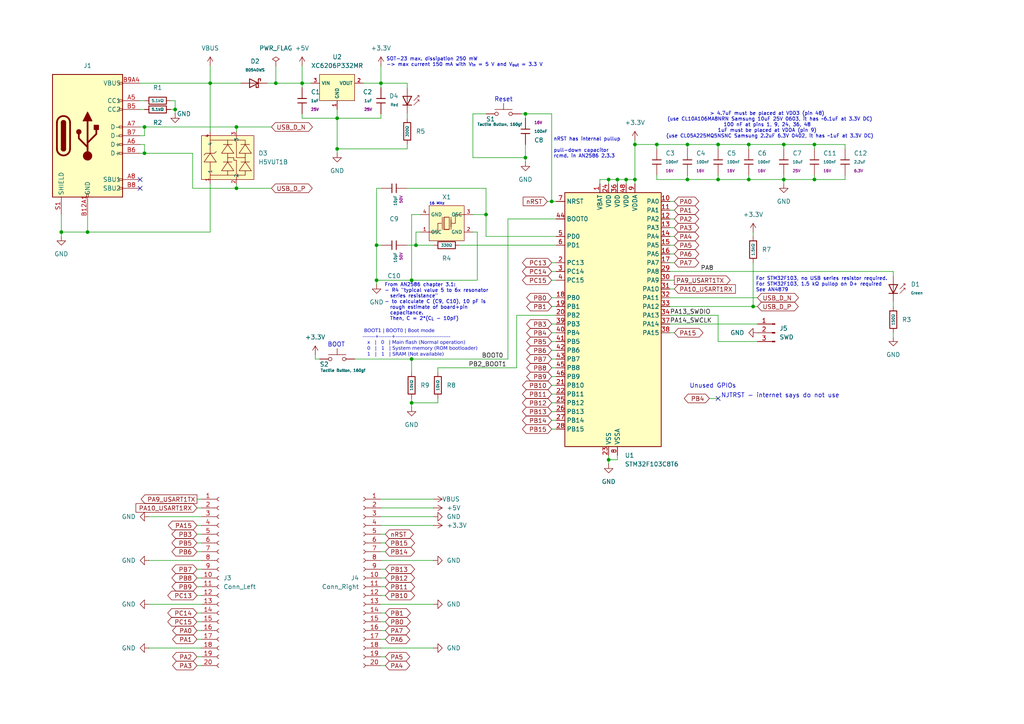
<source format=kicad_sch>
(kicad_sch
	(version 20250114)
	(generator "eeschema")
	(generator_version "9.0")
	(uuid "bca8bde7-1b71-423e-908f-8c2dd8a84df5")
	(paper "A4")
	(title_block
		(title "Pico STM32")
		(date "2025-09-05")
		(rev "1")
		(comment 1 "Copyright (c) 2025 Matthias Blankertz")
		(comment 2 "CC BY-SA 4.0")
	)
	
	(text "NJTRST - internet says do not use"
		(exclude_from_sim no)
		(at 226.314 114.808 0)
		(effects
			(font
				(size 1.27 1.27)
			)
		)
		(uuid "0de98a85-2cf7-4432-8650-a2f6ff1bb2bd")
	)
	(text "From AN2586 chapter 3.1:\n- R4 \"typical value 5 to 6x resonator\n  series resistance\"\n- to calculate C (C9, C10), 10 pF is\n  rough estimate of board+pin\n  capacitance.\n  Then, C = 2*(C_{L} - 10pF)"
		(exclude_from_sim no)
		(at 111.506 87.63 0)
		(effects
			(font
				(size 1.016 1.016)
			)
			(justify left)
			(href "https://www.st.com/resource/en/application_note/an2586-getting-started-with-stm32f10xxx-hardware-development-stmicroelectronics.pdf")
		)
		(uuid "176df50a-2bff-4e2c-ab47-bc8295068f50")
	)
	(text "nRST has internal pullup\n\npull-down capacitor\nrcmd. in AN2586 2.3.3"
		(exclude_from_sim no)
		(at 160.528 42.926 0)
		(effects
			(font
				(size 1.016 1.016)
			)
			(justify left)
		)
		(uuid "2be98501-37df-417a-ad86-6f0695c79dfa")
	)
	(text "Unused GPIOs"
		(exclude_from_sim no)
		(at 206.756 112.014 0)
		(effects
			(font
				(size 1.27 1.27)
			)
		)
		(uuid "51c5eb60-337e-43b4-95ae-026a33312373")
	)
	(text "SOT-23 max. dissipation 250 mW\n-> max current 150 mA with V_{in} = 5 V and V_{out} = 3.3 V"
		(exclude_from_sim no)
		(at 112.014 18.034 0)
		(effects
			(font
				(size 1.016 1.016)
			)
			(justify left)
		)
		(uuid "64608f3a-8257-4756-9539-456d0f847629")
	)
	(text "For STM32F103, no USB series resistor required.\nFor STM32F103, 1.5 kΩ pullop on D+ required\nSee AN4879"
		(exclude_from_sim no)
		(at 219.202 82.55 0)
		(effects
			(font
				(size 1.016 1.016)
			)
			(justify left)
			(href "https://www.st.com/resource/en/application_note/an4879-introduction-to-usb-hardware-and-pcb-guidelines-using-stm32-mcus-stmicroelectronics.pdf")
		)
		(uuid "923a1de2-3643-4080-9fb3-be3725fdf647")
	)
	(text "Reset"
		(exclude_from_sim no)
		(at 146.05 28.956 0)
		(effects
			(font
				(size 1.27 1.27)
			)
		)
		(uuid "9a0703c5-db31-4511-9301-5a1903bf4966")
	)
	(text " BOOT1 | BOOT0 | Boot mode\n-------+-------+-------------------------------\n   x   |   0   | Main flash (Normal operation) \n   0   |   1   | System memory (ROM bootloader)\n   1   |   1   | SRAM (Not available)    "
		(exclude_from_sim no)
		(at 105.156 99.822 0)
		(effects
			(font
				(face "Iosevka Fixed")
				(size 1.016 1.016)
			)
			(justify left)
		)
		(uuid "b229ff29-7b4e-4f5e-9307-6c0eb6b58f75")
	)
	(text "> 4.7uF must be placed at VDD3 (pin 48)\n  (use CL10A106MA8NRN Samsung 10uF 25V 0603, it has ~6.1uF at 3.3V DC)\n100 nF at pins 1, 9, 24, 36, 48\n1uF must be placed at VDDA (pin 9)\n  (use CL05A225MQ5NSNC Samsung 2.2uF 6.3V 0402, it has ~1uF at 3.3V DC)"
		(exclude_from_sim no)
		(at 222.504 36.322 0)
		(effects
			(font
				(size 1.016 1.016)
			)
		)
		(uuid "c7e8d18a-83ac-42b2-b506-7ba9b37b65f6")
	)
	(text "16 MHz"
		(exclude_from_sim no)
		(at 126.746 59.182 0)
		(effects
			(font
				(size 0.762 0.762)
			)
		)
		(uuid "d70d4257-6159-4ffa-9b12-2196703641cd")
	)
	(text "BOOT"
		(exclude_from_sim no)
		(at 97.536 100.076 0)
		(effects
			(font
				(size 1.27 1.27)
			)
		)
		(uuid "ff9fd2b2-9856-4537-9308-a463976340e4")
	)
	(junction
		(at 217.17 41.91)
		(diameter 0)
		(color 0 0 0 0)
		(uuid "065d8a08-0cc0-4d88-93a7-88b3b725b494")
	)
	(junction
		(at 50.8 31.75)
		(diameter 0)
		(color 0 0 0 0)
		(uuid "103c7078-b091-486c-9961-270d20c5fa4e")
	)
	(junction
		(at 109.22 71.12)
		(diameter 0)
		(color 0 0 0 0)
		(uuid "15413b07-760e-4612-bdb9-0c7dc4b805d0")
	)
	(junction
		(at 227.33 41.91)
		(diameter 0)
		(color 0 0 0 0)
		(uuid "1601b92f-71d9-4d86-992f-e61561130e14")
	)
	(junction
		(at 236.22 52.07)
		(diameter 0)
		(color 0 0 0 0)
		(uuid "19a2cf5b-9725-4a3c-8b9f-e3c7c652bc31")
	)
	(junction
		(at 109.22 81.28)
		(diameter 0)
		(color 0 0 0 0)
		(uuid "22183a79-352a-418e-9410-a081164910ab")
	)
	(junction
		(at 217.17 52.07)
		(diameter 0)
		(color 0 0 0 0)
		(uuid "2256fbd7-88da-4f86-8f52-e23ea7cebfa7")
	)
	(junction
		(at 176.53 133.35)
		(diameter 0)
		(color 0 0 0 0)
		(uuid "22ab1ee4-2596-4380-9289-7f99fefe9254")
	)
	(junction
		(at 97.79 43.18)
		(diameter 0)
		(color 0 0 0 0)
		(uuid "278f3007-587d-4cf7-9c18-84747c7ff29a")
	)
	(junction
		(at 152.4 33.02)
		(diameter 0)
		(color 0 0 0 0)
		(uuid "3168e21e-0f18-4020-9e1f-501e6a239c70")
	)
	(junction
		(at 120.65 71.12)
		(diameter 0)
		(color 0 0 0 0)
		(uuid "31dc9896-b36e-4eb4-8221-3d36e75247b5")
	)
	(junction
		(at 184.15 41.91)
		(diameter 0)
		(color 0 0 0 0)
		(uuid "33557d0c-5f70-4546-b478-094749793f07")
	)
	(junction
		(at 60.96 24.13)
		(diameter 0)
		(color 0 0 0 0)
		(uuid "39379791-c3bd-42da-9fb4-e87dd35b049b")
	)
	(junction
		(at 68.58 54.61)
		(diameter 0)
		(color 0 0 0 0)
		(uuid "40f9cd4a-c934-47eb-b2ea-f151930eb46c")
	)
	(junction
		(at 199.39 41.91)
		(diameter 0)
		(color 0 0 0 0)
		(uuid "421724ed-ba9d-40d5-ba96-d9a8c55a9714")
	)
	(junction
		(at 110.49 24.13)
		(diameter 0)
		(color 0 0 0 0)
		(uuid "42ae7fa7-975c-4b9d-b61d-3b1757a0069f")
	)
	(junction
		(at 80.01 24.13)
		(diameter 0)
		(color 0 0 0 0)
		(uuid "4830a29e-445e-420b-b611-6d9cf431b146")
	)
	(junction
		(at 119.38 116.84)
		(diameter 0)
		(color 0 0 0 0)
		(uuid "4d000e9b-0676-4130-8f84-9d575bbaad57")
	)
	(junction
		(at 152.4 45.72)
		(diameter 0)
		(color 0 0 0 0)
		(uuid "4da4a30e-5776-45d6-b43b-2071cb6aaa48")
	)
	(junction
		(at 97.79 34.29)
		(diameter 0)
		(color 0 0 0 0)
		(uuid "620764c7-ce98-46b8-b03c-0dbce2e45af6")
	)
	(junction
		(at 181.61 52.07)
		(diameter 0)
		(color 0 0 0 0)
		(uuid "66aac186-b291-4fe5-abe7-3a005b31ce99")
	)
	(junction
		(at 208.28 41.91)
		(diameter 0)
		(color 0 0 0 0)
		(uuid "6725ce9c-ae8a-47d4-9e38-e905d0b3fd56")
	)
	(junction
		(at 87.63 24.13)
		(diameter 0)
		(color 0 0 0 0)
		(uuid "6e235f37-832b-40f5-a0bf-3837196270f2")
	)
	(junction
		(at 208.28 52.07)
		(diameter 0)
		(color 0 0 0 0)
		(uuid "77408af2-dee7-4b01-a160-e8b02254cd01")
	)
	(junction
		(at 199.39 52.07)
		(diameter 0)
		(color 0 0 0 0)
		(uuid "7970cdca-f962-4fae-a2b9-79985e96f473")
	)
	(junction
		(at 41.91 44.45)
		(diameter 0)
		(color 0 0 0 0)
		(uuid "8d4d15e1-4622-4cfe-b72c-4bf1da183c0d")
	)
	(junction
		(at 179.07 52.07)
		(diameter 0)
		(color 0 0 0 0)
		(uuid "8ef48f3c-8372-4c96-90cc-688723088ee1")
	)
	(junction
		(at 140.97 62.23)
		(diameter 0)
		(color 0 0 0 0)
		(uuid "984a2d3b-adf9-4d4c-8fca-6eb349135a1b")
	)
	(junction
		(at 176.53 52.07)
		(diameter 0)
		(color 0 0 0 0)
		(uuid "a777e426-f8d4-4d8e-a435-9f441d9ef241")
	)
	(junction
		(at 41.91 36.83)
		(diameter 0)
		(color 0 0 0 0)
		(uuid "b5ab0001-2136-4ab1-bc5c-218a0e327219")
	)
	(junction
		(at 119.38 81.28)
		(diameter 0)
		(color 0 0 0 0)
		(uuid "b9cee908-3d90-4d61-9acc-17cc3c752272")
	)
	(junction
		(at 190.5 41.91)
		(diameter 0)
		(color 0 0 0 0)
		(uuid "ba64f704-a023-4e84-b7c2-d42a5b748be0")
	)
	(junction
		(at 25.4 67.31)
		(diameter 0)
		(color 0 0 0 0)
		(uuid "bc3242d1-e7aa-4dd2-a8ea-7dc68ca5402d")
	)
	(junction
		(at 227.33 52.07)
		(diameter 0)
		(color 0 0 0 0)
		(uuid "c4958850-2520-437e-aee3-6ff0c9affc38")
	)
	(junction
		(at 184.15 52.07)
		(diameter 0)
		(color 0 0 0 0)
		(uuid "c899ae2f-4d41-4937-83b2-60035a1b6714")
	)
	(junction
		(at 160.02 58.42)
		(diameter 0)
		(color 0 0 0 0)
		(uuid "ce09b2cc-16c1-40c5-909f-6d31a698132c")
	)
	(junction
		(at 218.44 88.9)
		(diameter 0)
		(color 0 0 0 0)
		(uuid "d030c756-8d9e-47a4-b01d-db1461876246")
	)
	(junction
		(at 119.38 104.14)
		(diameter 0)
		(color 0 0 0 0)
		(uuid "dd713638-8330-4d4e-9166-53531f6c61f5")
	)
	(junction
		(at 17.78 67.31)
		(diameter 0)
		(color 0 0 0 0)
		(uuid "e7fa8d3e-ffba-42d6-be8b-be07b35b23f8")
	)
	(junction
		(at 236.22 41.91)
		(diameter 0)
		(color 0 0 0 0)
		(uuid "f3a73adf-cd0b-42b8-83a3-441222f4b673")
	)
	(junction
		(at 68.58 36.83)
		(diameter 0)
		(color 0 0 0 0)
		(uuid "ffcf2942-a867-4fb0-9195-2750b27e5bee")
	)
	(no_connect
		(at 208.28 115.57)
		(uuid "2fd8e26c-4b23-4d9a-af38-2827c630dbcc")
	)
	(no_connect
		(at 40.64 54.61)
		(uuid "61e97ce0-595b-4816-b242-ef03e6c1d88d")
	)
	(no_connect
		(at 40.64 52.07)
		(uuid "e26ebe01-87ae-47ba-b97c-8ecb0eacd3b8")
	)
	(wire
		(pts
			(xy 236.22 41.91) (xy 245.11 41.91)
		)
		(stroke
			(width 0)
			(type default)
		)
		(uuid "0097b037-4430-45fb-946c-85f1fccc3d5c")
	)
	(wire
		(pts
			(xy 111.76 167.64) (xy 110.49 167.64)
		)
		(stroke
			(width 0)
			(type default)
		)
		(uuid "02461299-6523-440e-8563-546ed4b88fdc")
	)
	(wire
		(pts
			(xy 55.88 44.45) (xy 55.88 54.61)
		)
		(stroke
			(width 0)
			(type default)
		)
		(uuid "025f99fc-5cfb-481d-af4b-03cd703bb5eb")
	)
	(wire
		(pts
			(xy 227.33 52.07) (xy 227.33 53.34)
		)
		(stroke
			(width 0)
			(type default)
		)
		(uuid "0335a1b6-4505-4c65-aec4-b4419a7c90df")
	)
	(wire
		(pts
			(xy 190.5 52.07) (xy 199.39 52.07)
		)
		(stroke
			(width 0)
			(type default)
		)
		(uuid "03b490e4-dd04-4143-a932-6702d34fa076")
	)
	(wire
		(pts
			(xy 227.33 52.07) (xy 227.33 50.8)
		)
		(stroke
			(width 0)
			(type default)
		)
		(uuid "04d76157-c9e0-4f02-8ce2-0e6d5c6f2f8f")
	)
	(wire
		(pts
			(xy 105.41 24.13) (xy 110.49 24.13)
		)
		(stroke
			(width 0)
			(type default)
		)
		(uuid "0515086f-5e22-49a5-8cf4-bf8e1000405c")
	)
	(wire
		(pts
			(xy 217.17 41.91) (xy 227.33 41.91)
		)
		(stroke
			(width 0)
			(type default)
		)
		(uuid "054c11d5-3d3c-4a03-aecc-6f4cf8aaead7")
	)
	(wire
		(pts
			(xy 194.31 78.74) (xy 259.08 78.74)
		)
		(stroke
			(width 0)
			(type default)
		)
		(uuid "05f6f24a-51ab-41ca-bc04-584b4caf4f30")
	)
	(wire
		(pts
			(xy 87.63 33.02) (xy 87.63 34.29)
		)
		(stroke
			(width 0)
			(type default)
		)
		(uuid "070387b7-ff1c-4274-a63e-8e3660f735e1")
	)
	(wire
		(pts
			(xy 49.53 31.75) (xy 50.8 31.75)
		)
		(stroke
			(width 0)
			(type default)
		)
		(uuid "080f2a0c-6364-4bc3-9dbe-a067f2dfae67")
	)
	(wire
		(pts
			(xy 87.63 34.29) (xy 97.79 34.29)
		)
		(stroke
			(width 0)
			(type default)
		)
		(uuid "0916beaf-0094-4039-ab6a-f282d0a67c2e")
	)
	(wire
		(pts
			(xy 97.79 34.29) (xy 97.79 31.75)
		)
		(stroke
			(width 0)
			(type default)
		)
		(uuid "09549a0d-a9e2-4c94-82cd-ab6ed0a441ae")
	)
	(wire
		(pts
			(xy 217.17 52.07) (xy 227.33 52.07)
		)
		(stroke
			(width 0)
			(type default)
		)
		(uuid "0959e677-dfa9-4599-8694-5c5972fb2803")
	)
	(wire
		(pts
			(xy 109.22 81.28) (xy 119.38 81.28)
		)
		(stroke
			(width 0)
			(type default)
		)
		(uuid "0a416143-23ac-4545-8eef-ae880ecaf102")
	)
	(wire
		(pts
			(xy 120.65 67.31) (xy 120.65 71.12)
		)
		(stroke
			(width 0)
			(type default)
		)
		(uuid "0bbe351f-858d-4703-9800-dfa250a21279")
	)
	(wire
		(pts
			(xy 194.31 86.36) (xy 219.71 86.36)
		)
		(stroke
			(width 0)
			(type default)
		)
		(uuid "0c716ca3-2f56-4720-b4fb-38ed53141421")
	)
	(wire
		(pts
			(xy 97.79 43.18) (xy 97.79 34.29)
		)
		(stroke
			(width 0)
			(type default)
		)
		(uuid "0cdcc3b5-5cfc-40c8-b33b-6a9e6ad566f3")
	)
	(wire
		(pts
			(xy 184.15 41.91) (xy 184.15 52.07)
		)
		(stroke
			(width 0)
			(type default)
		)
		(uuid "0dc1b9f6-fd19-4414-bbc7-a91b4ad0c94b")
	)
	(wire
		(pts
			(xy 176.53 133.35) (xy 179.07 133.35)
		)
		(stroke
			(width 0)
			(type default)
		)
		(uuid "1130cc5e-8c8f-4bba-8f88-734b69ea4242")
	)
	(wire
		(pts
			(xy 40.64 36.83) (xy 41.91 36.83)
		)
		(stroke
			(width 0)
			(type default)
		)
		(uuid "12413652-0b9f-4790-a2a4-29086e8028a6")
	)
	(wire
		(pts
			(xy 118.11 41.91) (xy 118.11 43.18)
		)
		(stroke
			(width 0)
			(type default)
		)
		(uuid "12b2db09-979e-410f-a443-098cc835e58e")
	)
	(wire
		(pts
			(xy 57.15 185.42) (xy 58.42 185.42)
		)
		(stroke
			(width 0)
			(type default)
		)
		(uuid "13028cfe-10ae-4677-a145-3e178d35798a")
	)
	(wire
		(pts
			(xy 199.39 41.91) (xy 199.39 43.18)
		)
		(stroke
			(width 0)
			(type default)
		)
		(uuid "13c4b3f7-53e7-4d41-bcbc-cab04e3563b1")
	)
	(wire
		(pts
			(xy 60.96 67.31) (xy 25.4 67.31)
		)
		(stroke
			(width 0)
			(type default)
		)
		(uuid "13d5e1bd-9636-4940-a436-cc09648f2a7d")
	)
	(wire
		(pts
			(xy 137.16 45.72) (xy 152.4 45.72)
		)
		(stroke
			(width 0)
			(type default)
		)
		(uuid "1485b676-0e0c-413a-b79b-55a6f95007e4")
	)
	(wire
		(pts
			(xy 208.28 50.8) (xy 208.28 52.07)
		)
		(stroke
			(width 0)
			(type default)
		)
		(uuid "182e5232-0c66-4c2a-b93d-96a3c0e83063")
	)
	(wire
		(pts
			(xy 49.53 29.21) (xy 50.8 29.21)
		)
		(stroke
			(width 0)
			(type default)
		)
		(uuid "1b92e1a4-a62e-4999-bf30-81ac6f03a045")
	)
	(wire
		(pts
			(xy 68.58 53.34) (xy 68.58 54.61)
		)
		(stroke
			(width 0)
			(type default)
		)
		(uuid "1c618875-916e-4473-b51f-fbc7fb6be22e")
	)
	(wire
		(pts
			(xy 184.15 41.91) (xy 190.5 41.91)
		)
		(stroke
			(width 0)
			(type default)
		)
		(uuid "1d39a21f-7fb8-40b4-a13a-05bc329a7dfe")
	)
	(wire
		(pts
			(xy 110.49 19.05) (xy 110.49 24.13)
		)
		(stroke
			(width 0)
			(type default)
		)
		(uuid "1e84ca28-2ec2-4e4e-82ca-93dce779b195")
	)
	(wire
		(pts
			(xy 17.78 62.23) (xy 17.78 67.31)
		)
		(stroke
			(width 0)
			(type default)
		)
		(uuid "1f7b27e2-730c-4e88-b93d-8646c59b1bf4")
	)
	(wire
		(pts
			(xy 195.58 96.52) (xy 194.31 96.52)
		)
		(stroke
			(width 0)
			(type default)
		)
		(uuid "20fcc81e-2d9c-4dee-8f76-09ca5310f51a")
	)
	(wire
		(pts
			(xy 43.18 149.86) (xy 58.42 149.86)
		)
		(stroke
			(width 0)
			(type default)
		)
		(uuid "212f67e9-6148-4350-97ab-ac8bf9b0c148")
	)
	(wire
		(pts
			(xy 160.02 111.76) (xy 161.29 111.76)
		)
		(stroke
			(width 0)
			(type default)
		)
		(uuid "21642b5b-c0b1-4bf5-aae9-b223b89bf57c")
	)
	(wire
		(pts
			(xy 190.5 41.91) (xy 199.39 41.91)
		)
		(stroke
			(width 0)
			(type default)
		)
		(uuid "21ff2cbd-ece2-4314-af13-f0b02aefb6b3")
	)
	(wire
		(pts
			(xy 199.39 50.8) (xy 199.39 52.07)
		)
		(stroke
			(width 0)
			(type default)
		)
		(uuid "223195bf-982a-47bf-b7a1-05cafeb5433d")
	)
	(wire
		(pts
			(xy 127 106.68) (xy 149.86 106.68)
		)
		(stroke
			(width 0)
			(type default)
		)
		(uuid "22ab9b3b-841b-4efa-94a1-7cc12a197139")
	)
	(wire
		(pts
			(xy 60.96 24.13) (xy 69.85 24.13)
		)
		(stroke
			(width 0)
			(type default)
		)
		(uuid "238162b6-bb97-4b6b-b2dc-fee0154288ba")
	)
	(wire
		(pts
			(xy 208.28 91.44) (xy 208.28 99.06)
		)
		(stroke
			(width 0)
			(type default)
		)
		(uuid "258b7637-24cf-44b1-944f-558602ab9940")
	)
	(wire
		(pts
			(xy 111.76 165.1) (xy 110.49 165.1)
		)
		(stroke
			(width 0)
			(type default)
		)
		(uuid "274ad131-9e6c-4a24-8de7-ac4fe1663560")
	)
	(wire
		(pts
			(xy 110.49 54.61) (xy 109.22 54.61)
		)
		(stroke
			(width 0)
			(type default)
		)
		(uuid "2940b18d-0e4b-44f8-a084-c9f4a533d28b")
	)
	(wire
		(pts
			(xy 92.71 104.14) (xy 91.44 104.14)
		)
		(stroke
			(width 0)
			(type default)
		)
		(uuid "2ad7f5fa-f052-4783-8af1-1e0702cf3713")
	)
	(wire
		(pts
			(xy 194.31 91.44) (xy 208.28 91.44)
		)
		(stroke
			(width 0)
			(type default)
		)
		(uuid "2c503e6f-8d32-46eb-ab74-8d2fc071f6a6")
	)
	(wire
		(pts
			(xy 41.91 36.83) (xy 68.58 36.83)
		)
		(stroke
			(width 0)
			(type default)
		)
		(uuid "2cabf226-415f-4a5f-911f-fc9459423348")
	)
	(wire
		(pts
			(xy 40.64 29.21) (xy 41.91 29.21)
		)
		(stroke
			(width 0)
			(type default)
		)
		(uuid "2ec23ed1-7b31-4876-9b3e-68d82f31f9a1")
	)
	(wire
		(pts
			(xy 218.44 88.9) (xy 219.71 88.9)
		)
		(stroke
			(width 0)
			(type default)
		)
		(uuid "30ec33a5-b646-405b-978c-70c5609ceeb1")
	)
	(wire
		(pts
			(xy 40.64 24.13) (xy 60.96 24.13)
		)
		(stroke
			(width 0)
			(type default)
		)
		(uuid "3187461c-d0a8-464d-98eb-213fcea72b62")
	)
	(wire
		(pts
			(xy 205.74 115.57) (xy 208.28 115.57)
		)
		(stroke
			(width 0)
			(type default)
		)
		(uuid "32236a9c-30d4-42a8-8fa6-3ef673c95b64")
	)
	(wire
		(pts
			(xy 109.22 82.55) (xy 109.22 81.28)
		)
		(stroke
			(width 0)
			(type default)
		)
		(uuid "3455cfc2-b98b-4e08-93da-14d84a0d30da")
	)
	(wire
		(pts
			(xy 176.53 133.35) (xy 176.53 134.62)
		)
		(stroke
			(width 0)
			(type default)
		)
		(uuid "345ad477-02fa-4d31-9efe-bcc6f2559e7c")
	)
	(wire
		(pts
			(xy 217.17 50.8) (xy 217.17 52.07)
		)
		(stroke
			(width 0)
			(type default)
		)
		(uuid "348ba0ac-8c92-4d0a-acb7-ec44b778b247")
	)
	(wire
		(pts
			(xy 259.08 96.52) (xy 259.08 97.79)
		)
		(stroke
			(width 0)
			(type default)
		)
		(uuid "371470ff-1404-48bd-9243-660b7f58cbe8")
	)
	(wire
		(pts
			(xy 195.58 60.96) (xy 194.31 60.96)
		)
		(stroke
			(width 0)
			(type default)
		)
		(uuid "377a3dcb-a13b-4588-8f27-879e9a666d91")
	)
	(wire
		(pts
			(xy 125.73 144.78) (xy 110.49 144.78)
		)
		(stroke
			(width 0)
			(type default)
		)
		(uuid "385beb60-4fe4-4cd3-948b-867d317a9935")
	)
	(wire
		(pts
			(xy 118.11 33.02) (xy 118.11 34.29)
		)
		(stroke
			(width 0)
			(type default)
		)
		(uuid "39eca7aa-cad0-483b-8aad-e6c66b062b4f")
	)
	(wire
		(pts
			(xy 57.15 144.78) (xy 58.42 144.78)
		)
		(stroke
			(width 0)
			(type default)
		)
		(uuid "3b2c5055-e579-4fe4-8c29-92dbcd051921")
	)
	(wire
		(pts
			(xy 57.15 177.8) (xy 58.42 177.8)
		)
		(stroke
			(width 0)
			(type default)
		)
		(uuid "3b4f2c9c-b1f1-4edb-bfb7-a731686a4a5d")
	)
	(wire
		(pts
			(xy 184.15 52.07) (xy 184.15 53.34)
		)
		(stroke
			(width 0)
			(type default)
		)
		(uuid "3be7f800-4021-4a45-a761-a596f8f144aa")
	)
	(wire
		(pts
			(xy 137.16 33.02) (xy 137.16 45.72)
		)
		(stroke
			(width 0)
			(type default)
		)
		(uuid "3de252f7-6b56-4ebc-aad3-e6be5abb2a4c")
	)
	(wire
		(pts
			(xy 259.08 87.63) (xy 259.08 88.9)
		)
		(stroke
			(width 0)
			(type default)
		)
		(uuid "3f809cb4-0527-489a-9dac-70c3ca52fa9a")
	)
	(wire
		(pts
			(xy 25.4 67.31) (xy 25.4 62.23)
		)
		(stroke
			(width 0)
			(type default)
		)
		(uuid "40f8939b-0785-4ada-a543-c82c5669a1b1")
	)
	(wire
		(pts
			(xy 119.38 104.14) (xy 147.32 104.14)
		)
		(stroke
			(width 0)
			(type default)
		)
		(uuid "434f09b7-54f7-441e-8876-c781ee887611")
	)
	(wire
		(pts
			(xy 111.76 180.34) (xy 110.49 180.34)
		)
		(stroke
			(width 0)
			(type default)
		)
		(uuid "4572eee4-a526-4a09-83a1-06a0fec0a99a")
	)
	(wire
		(pts
			(xy 111.76 193.04) (xy 110.49 193.04)
		)
		(stroke
			(width 0)
			(type default)
		)
		(uuid "45912d39-f08f-4c19-8659-3fc2bbaedad5")
	)
	(wire
		(pts
			(xy 160.02 86.36) (xy 161.29 86.36)
		)
		(stroke
			(width 0)
			(type default)
		)
		(uuid "45d305cf-35e3-4f58-86b9-c963eb3df46e")
	)
	(wire
		(pts
			(xy 111.76 177.8) (xy 110.49 177.8)
		)
		(stroke
			(width 0)
			(type default)
		)
		(uuid "470e97d3-e46e-41c1-8c93-554b6f3353b6")
	)
	(wire
		(pts
			(xy 161.29 63.5) (xy 147.32 63.5)
		)
		(stroke
			(width 0)
			(type default)
		)
		(uuid "476d73e8-0433-4fa3-a3da-b352adea2c0d")
	)
	(wire
		(pts
			(xy 57.15 167.64) (xy 58.42 167.64)
		)
		(stroke
			(width 0)
			(type default)
		)
		(uuid "47a230b9-6fc3-4ae1-9381-a8e6fe1bbac8")
	)
	(wire
		(pts
			(xy 227.33 52.07) (xy 236.22 52.07)
		)
		(stroke
			(width 0)
			(type default)
		)
		(uuid "49a21735-870a-4e5f-85a5-bb8c80248446")
	)
	(wire
		(pts
			(xy 195.58 71.12) (xy 194.31 71.12)
		)
		(stroke
			(width 0)
			(type default)
		)
		(uuid "4b34e9c6-d2f5-4b3b-8277-322894d8564a")
	)
	(wire
		(pts
			(xy 119.38 104.14) (xy 119.38 107.95)
		)
		(stroke
			(width 0)
			(type default)
		)
		(uuid "4d00e364-1bd6-4eb7-9eae-4dffd132e4ef")
	)
	(wire
		(pts
			(xy 110.49 34.29) (xy 97.79 34.29)
		)
		(stroke
			(width 0)
			(type default)
		)
		(uuid "51cf0bf4-f4e0-4c33-b39d-a40ffee22c2d")
	)
	(wire
		(pts
			(xy 57.15 182.88) (xy 58.42 182.88)
		)
		(stroke
			(width 0)
			(type default)
		)
		(uuid "51d43250-9e02-42b8-a320-4a7ec7dbf94a")
	)
	(wire
		(pts
			(xy 57.15 172.72) (xy 58.42 172.72)
		)
		(stroke
			(width 0)
			(type default)
		)
		(uuid "540cff86-eb20-4c66-a68b-db5dc009261c")
	)
	(wire
		(pts
			(xy 137.16 62.23) (xy 140.97 62.23)
		)
		(stroke
			(width 0)
			(type default)
		)
		(uuid "55ec3e1f-eaf9-48d7-984d-4fbcc3489f73")
	)
	(wire
		(pts
			(xy 152.4 45.72) (xy 152.4 46.99)
		)
		(stroke
			(width 0)
			(type default)
		)
		(uuid "561341c9-7865-49c8-8d30-fc98cb04c021")
	)
	(wire
		(pts
			(xy 109.22 81.28) (xy 109.22 71.12)
		)
		(stroke
			(width 0)
			(type default)
		)
		(uuid "56ced05a-af91-4822-a88e-1fd969b3db06")
	)
	(wire
		(pts
			(xy 118.11 71.12) (xy 120.65 71.12)
		)
		(stroke
			(width 0)
			(type default)
		)
		(uuid "5926bfd7-bb33-4c3f-b86a-0d6a379dfaf6")
	)
	(wire
		(pts
			(xy 208.28 41.91) (xy 199.39 41.91)
		)
		(stroke
			(width 0)
			(type default)
		)
		(uuid "593e1593-5ba3-4e65-aed3-72d4ab1e5b71")
	)
	(wire
		(pts
			(xy 125.73 149.86) (xy 110.49 149.86)
		)
		(stroke
			(width 0)
			(type default)
		)
		(uuid "593e2651-fdab-40bc-a01e-0ce3da57d4f5")
	)
	(wire
		(pts
			(xy 68.58 36.83) (xy 78.74 36.83)
		)
		(stroke
			(width 0)
			(type default)
		)
		(uuid "5b97d234-e498-4d8b-80c5-25087c37c863")
	)
	(wire
		(pts
			(xy 160.02 99.06) (xy 161.29 99.06)
		)
		(stroke
			(width 0)
			(type default)
		)
		(uuid "5bf7d224-558c-4a2d-9456-493d35a4f147")
	)
	(wire
		(pts
			(xy 160.02 76.2) (xy 161.29 76.2)
		)
		(stroke
			(width 0)
			(type default)
		)
		(uuid "5cbc39d7-0ddc-4a8c-bcd6-f468ee31b0bf")
	)
	(wire
		(pts
			(xy 60.96 19.05) (xy 60.96 24.13)
		)
		(stroke
			(width 0)
			(type default)
		)
		(uuid "5f5bc9cd-f563-4fad-be54-78bdab75c228")
	)
	(wire
		(pts
			(xy 227.33 41.91) (xy 236.22 41.91)
		)
		(stroke
			(width 0)
			(type default)
		)
		(uuid "6083a791-9ce7-4fd8-816c-837580603d6b")
	)
	(wire
		(pts
			(xy 179.07 52.07) (xy 179.07 53.34)
		)
		(stroke
			(width 0)
			(type default)
		)
		(uuid "60847e99-495e-4112-880b-f814aee5838f")
	)
	(wire
		(pts
			(xy 125.73 187.96) (xy 110.49 187.96)
		)
		(stroke
			(width 0)
			(type default)
		)
		(uuid "60ec02ad-8b01-40dd-bd3c-76b4f7e4c1d4")
	)
	(wire
		(pts
			(xy 110.49 33.02) (xy 110.49 34.29)
		)
		(stroke
			(width 0)
			(type default)
		)
		(uuid "625a30e7-9564-47a8-8c9f-7208fbb65b67")
	)
	(wire
		(pts
			(xy 57.15 190.5) (xy 58.42 190.5)
		)
		(stroke
			(width 0)
			(type default)
		)
		(uuid "62797496-cc05-441c-aea2-e64d06a4d5f0")
	)
	(wire
		(pts
			(xy 190.5 41.91) (xy 190.5 43.18)
		)
		(stroke
			(width 0)
			(type default)
		)
		(uuid "62cf9b78-46d6-488c-ae7a-113b09b3d341")
	)
	(wire
		(pts
			(xy 40.64 41.91) (xy 41.91 41.91)
		)
		(stroke
			(width 0)
			(type default)
		)
		(uuid "643bbc9e-2b05-4175-8968-57a98c401ed5")
	)
	(wire
		(pts
			(xy 125.73 162.56) (xy 110.49 162.56)
		)
		(stroke
			(width 0)
			(type default)
		)
		(uuid "6449dbc7-12a0-4677-984d-6f0b63ee6f63")
	)
	(wire
		(pts
			(xy 179.07 52.07) (xy 181.61 52.07)
		)
		(stroke
			(width 0)
			(type default)
		)
		(uuid "6476b196-d7e0-4527-8a59-ede3b00abf97")
	)
	(wire
		(pts
			(xy 195.58 83.82) (xy 194.31 83.82)
		)
		(stroke
			(width 0)
			(type default)
		)
		(uuid "6522e057-e421-4ba3-b4b4-ec0c9c7e8f63")
	)
	(wire
		(pts
			(xy 160.02 104.14) (xy 161.29 104.14)
		)
		(stroke
			(width 0)
			(type default)
		)
		(uuid "668742e7-b311-46aa-ae0d-dd5f477e5745")
	)
	(wire
		(pts
			(xy 111.76 154.94) (xy 110.49 154.94)
		)
		(stroke
			(width 0)
			(type default)
		)
		(uuid "67d92987-314c-4cec-a738-550590795ef8")
	)
	(wire
		(pts
			(xy 176.53 52.07) (xy 179.07 52.07)
		)
		(stroke
			(width 0)
			(type default)
		)
		(uuid "68a14b13-3827-47ec-99e2-c6962b022a67")
	)
	(wire
		(pts
			(xy 57.15 160.02) (xy 58.42 160.02)
		)
		(stroke
			(width 0)
			(type default)
		)
		(uuid "6a35260a-8f2a-4f75-8a9a-f291f12292d3")
	)
	(wire
		(pts
			(xy 195.58 76.2) (xy 194.31 76.2)
		)
		(stroke
			(width 0)
			(type default)
		)
		(uuid "6a65b28f-6d84-452c-aa3e-d24413cc13c2")
	)
	(wire
		(pts
			(xy 110.49 24.13) (xy 118.11 24.13)
		)
		(stroke
			(width 0)
			(type default)
		)
		(uuid "6b3b1aee-6ce6-4c8d-a0c5-4211e385ce25")
	)
	(wire
		(pts
			(xy 80.01 19.05) (xy 80.01 24.13)
		)
		(stroke
			(width 0)
			(type default)
		)
		(uuid "6bf07c27-3cb2-4c7a-bb9d-25a09cb559aa")
	)
	(wire
		(pts
			(xy 236.22 52.07) (xy 245.11 52.07)
		)
		(stroke
			(width 0)
			(type default)
		)
		(uuid "6c658b45-4020-4105-963e-b3676651ba6d")
	)
	(wire
		(pts
			(xy 195.58 63.5) (xy 194.31 63.5)
		)
		(stroke
			(width 0)
			(type default)
		)
		(uuid "6d34dd81-8a5e-412d-8f99-7d319bf48e66")
	)
	(wire
		(pts
			(xy 195.58 68.58) (xy 194.31 68.58)
		)
		(stroke
			(width 0)
			(type default)
		)
		(uuid "6e2f88bc-7cab-4c39-a49f-60e18f1fdfdc")
	)
	(wire
		(pts
			(xy 218.44 67.31) (xy 218.44 68.58)
		)
		(stroke
			(width 0)
			(type default)
		)
		(uuid "6f456bcd-5d4d-471d-8e13-4ead500dc0d5")
	)
	(wire
		(pts
			(xy 97.79 43.18) (xy 118.11 43.18)
		)
		(stroke
			(width 0)
			(type default)
		)
		(uuid "7153e7cc-5019-49ad-bc6c-786064a3c419")
	)
	(wire
		(pts
			(xy 119.38 115.57) (xy 119.38 116.84)
		)
		(stroke
			(width 0)
			(type default)
		)
		(uuid "71e95f9f-6ec9-4d5a-876a-9f73ed21d449")
	)
	(wire
		(pts
			(xy 119.38 81.28) (xy 138.43 81.28)
		)
		(stroke
			(width 0)
			(type default)
		)
		(uuid "73e47769-26b0-4b08-8758-a472b76152f9")
	)
	(wire
		(pts
			(xy 111.76 157.48) (xy 110.49 157.48)
		)
		(stroke
			(width 0)
			(type default)
		)
		(uuid "7565fedf-715c-41f9-bf16-eaeb8eedfa9b")
	)
	(wire
		(pts
			(xy 160.02 116.84) (xy 161.29 116.84)
		)
		(stroke
			(width 0)
			(type default)
		)
		(uuid "75e36431-3faa-4785-a1e9-423571480b55")
	)
	(wire
		(pts
			(xy 236.22 41.91) (xy 236.22 43.18)
		)
		(stroke
			(width 0)
			(type default)
		)
		(uuid "794ab667-c11b-4dfa-a362-8da8bdbce002")
	)
	(wire
		(pts
			(xy 149.86 106.68) (xy 149.86 91.44)
		)
		(stroke
			(width 0)
			(type default)
		)
		(uuid "797d097b-2be1-4e96-b46c-39ed5cbd89be")
	)
	(wire
		(pts
			(xy 158.75 58.42) (xy 160.02 58.42)
		)
		(stroke
			(width 0)
			(type default)
		)
		(uuid "7a0c1037-10fe-4d94-80a9-a067a8220228")
	)
	(wire
		(pts
			(xy 179.07 133.35) (xy 179.07 132.08)
		)
		(stroke
			(width 0)
			(type default)
		)
		(uuid "7a45c7c6-fe16-4faf-b666-de1a35a6741c")
	)
	(wire
		(pts
			(xy 57.15 170.18) (xy 58.42 170.18)
		)
		(stroke
			(width 0)
			(type default)
		)
		(uuid "7b116b52-3c62-4ae9-a374-e418d2821b69")
	)
	(wire
		(pts
			(xy 208.28 41.91) (xy 208.28 43.18)
		)
		(stroke
			(width 0)
			(type default)
		)
		(uuid "7c22b9eb-d6e1-429e-ad7e-66f60c5a577c")
	)
	(wire
		(pts
			(xy 41.91 36.83) (xy 41.91 39.37)
		)
		(stroke
			(width 0)
			(type default)
		)
		(uuid "7c9eec9e-c747-4d50-8381-d15948de8d34")
	)
	(wire
		(pts
			(xy 57.15 193.04) (xy 58.42 193.04)
		)
		(stroke
			(width 0)
			(type default)
		)
		(uuid "7d9f42da-1f02-49a6-a3cf-f2b3a595563f")
	)
	(wire
		(pts
			(xy 160.02 109.22) (xy 161.29 109.22)
		)
		(stroke
			(width 0)
			(type default)
		)
		(uuid "7e99bf84-d7be-469a-b0f1-823d0187cd69")
	)
	(wire
		(pts
			(xy 160.02 101.6) (xy 161.29 101.6)
		)
		(stroke
			(width 0)
			(type default)
		)
		(uuid "8122799d-2371-4458-9812-be3ab65cee98")
	)
	(wire
		(pts
			(xy 147.32 63.5) (xy 147.32 104.14)
		)
		(stroke
			(width 0)
			(type default)
		)
		(uuid "81d8f5c0-f239-4e87-82db-54a04d48fd56")
	)
	(wire
		(pts
			(xy 195.58 81.28) (xy 194.31 81.28)
		)
		(stroke
			(width 0)
			(type default)
		)
		(uuid "8334025f-1196-4a21-852c-a536625293ff")
	)
	(wire
		(pts
			(xy 87.63 24.13) (xy 87.63 25.4)
		)
		(stroke
			(width 0)
			(type default)
		)
		(uuid "88784411-f0ff-47fc-8395-fc5b74e6deca")
	)
	(wire
		(pts
			(xy 138.43 67.31) (xy 138.43 81.28)
		)
		(stroke
			(width 0)
			(type default)
		)
		(uuid "88ec6734-e02f-4e96-8eef-7909f2a95585")
	)
	(wire
		(pts
			(xy 118.11 24.13) (xy 118.11 25.4)
		)
		(stroke
			(width 0)
			(type default)
		)
		(uuid "893c3585-5003-4114-8a25-bee4a3a97b8a")
	)
	(wire
		(pts
			(xy 110.49 71.12) (xy 109.22 71.12)
		)
		(stroke
			(width 0)
			(type default)
		)
		(uuid "89425256-6e23-45aa-861d-09d30ab10d1a")
	)
	(wire
		(pts
			(xy 50.8 31.75) (xy 50.8 33.02)
		)
		(stroke
			(width 0)
			(type default)
		)
		(uuid "8ac1172b-49cf-4729-82d7-4c44a1317776")
	)
	(wire
		(pts
			(xy 176.53 52.07) (xy 176.53 53.34)
		)
		(stroke
			(width 0)
			(type default)
		)
		(uuid "8b61a8ee-9183-4762-a892-38f93772fb54")
	)
	(wire
		(pts
			(xy 80.01 24.13) (xy 87.63 24.13)
		)
		(stroke
			(width 0)
			(type default)
		)
		(uuid "8c92a0c6-fe30-4cc6-b4a3-ff94eb1e77cf")
	)
	(wire
		(pts
			(xy 173.99 52.07) (xy 176.53 52.07)
		)
		(stroke
			(width 0)
			(type default)
		)
		(uuid "8cd46e7a-1013-439f-bf84-de2ebe9b4d59")
	)
	(wire
		(pts
			(xy 68.58 36.83) (xy 68.58 38.1)
		)
		(stroke
			(width 0)
			(type default)
		)
		(uuid "8eec735f-fd3f-4c75-a448-09687b31c790")
	)
	(wire
		(pts
			(xy 194.31 88.9) (xy 218.44 88.9)
		)
		(stroke
			(width 0)
			(type default)
		)
		(uuid "8f783960-9575-487d-b5df-a8b4e4c07913")
	)
	(wire
		(pts
			(xy 50.8 29.21) (xy 50.8 31.75)
		)
		(stroke
			(width 0)
			(type default)
		)
		(uuid "8f8fd213-4471-4323-b070-8d637ffd645e")
	)
	(wire
		(pts
			(xy 111.76 182.88) (xy 110.49 182.88)
		)
		(stroke
			(width 0)
			(type default)
		)
		(uuid "909867c7-9a26-4193-a34f-1b704ef1fed6")
	)
	(wire
		(pts
			(xy 77.47 24.13) (xy 80.01 24.13)
		)
		(stroke
			(width 0)
			(type default)
		)
		(uuid "91c8da10-ccea-456b-ac64-1f17854e80c6")
	)
	(wire
		(pts
			(xy 119.38 116.84) (xy 119.38 118.11)
		)
		(stroke
			(width 0)
			(type default)
		)
		(uuid "91e6f490-4c2c-40fa-bb65-7b33ff67c893")
	)
	(wire
		(pts
			(xy 57.15 152.4) (xy 58.42 152.4)
		)
		(stroke
			(width 0)
			(type default)
		)
		(uuid "92a3a53a-a018-4d0e-bd27-df73fadefd0c")
	)
	(wire
		(pts
			(xy 57.15 165.1) (xy 58.42 165.1)
		)
		(stroke
			(width 0)
			(type default)
		)
		(uuid "9396fb54-f73a-4988-bb45-c54708faecbc")
	)
	(wire
		(pts
			(xy 118.11 54.61) (xy 140.97 54.61)
		)
		(stroke
			(width 0)
			(type default)
		)
		(uuid "9610f41a-174e-4b23-a50b-78ec3609df28")
	)
	(wire
		(pts
			(xy 190.5 50.8) (xy 190.5 52.07)
		)
		(stroke
			(width 0)
			(type default)
		)
		(uuid "9a03175a-7f65-4cd6-a3d7-9ac4bd3ef52a")
	)
	(wire
		(pts
			(xy 121.92 62.23) (xy 119.38 62.23)
		)
		(stroke
			(width 0)
			(type default)
		)
		(uuid "9e301703-c39c-4c36-926f-9978f197300b")
	)
	(wire
		(pts
			(xy 60.96 24.13) (xy 60.96 38.1)
		)
		(stroke
			(width 0)
			(type default)
		)
		(uuid "9ece7b7b-3ce5-4614-8889-d228f80a72de")
	)
	(wire
		(pts
			(xy 184.15 40.64) (xy 184.15 41.91)
		)
		(stroke
			(width 0)
			(type default)
		)
		(uuid "9f94deb8-f3e5-4fd5-bcb6-627f38bb2e8a")
	)
	(wire
		(pts
			(xy 110.49 152.4) (xy 125.73 152.4)
		)
		(stroke
			(width 0)
			(type default)
		)
		(uuid "a1ff2e65-29cd-4bff-8467-8448f3a52a47")
	)
	(wire
		(pts
			(xy 149.86 91.44) (xy 161.29 91.44)
		)
		(stroke
			(width 0)
			(type default)
		)
		(uuid "a4fe3b2a-2c94-41af-8961-bc61c6befa8b")
	)
	(wire
		(pts
			(xy 245.11 41.91) (xy 245.11 43.18)
		)
		(stroke
			(width 0)
			(type default)
		)
		(uuid "a53ff22a-13d9-4ec1-9ac8-0f70cb53e0ef")
	)
	(wire
		(pts
			(xy 125.73 147.32) (xy 110.49 147.32)
		)
		(stroke
			(width 0)
			(type default)
		)
		(uuid "a6e5fe24-7338-4132-ab2e-e15765defd5a")
	)
	(wire
		(pts
			(xy 57.15 157.48) (xy 58.42 157.48)
		)
		(stroke
			(width 0)
			(type default)
		)
		(uuid "a735add6-b2b7-4cd1-b3eb-a2b3e9496cfb")
	)
	(wire
		(pts
			(xy 218.44 76.2) (xy 218.44 88.9)
		)
		(stroke
			(width 0)
			(type default)
		)
		(uuid "a832cf45-ef5d-4e25-a7df-75b2dd1aa2cc")
	)
	(wire
		(pts
			(xy 109.22 71.12) (xy 109.22 54.61)
		)
		(stroke
			(width 0)
			(type default)
		)
		(uuid "a92bc40f-0094-4c69-899a-49a6dae6b7ae")
	)
	(wire
		(pts
			(xy 195.58 66.04) (xy 194.31 66.04)
		)
		(stroke
			(width 0)
			(type default)
		)
		(uuid "a9793a6a-d659-4880-b8d1-76648618c700")
	)
	(wire
		(pts
			(xy 17.78 67.31) (xy 17.78 68.58)
		)
		(stroke
			(width 0)
			(type default)
		)
		(uuid "aa408401-686e-4243-92a8-8ca2f34ad7eb")
	)
	(wire
		(pts
			(xy 140.97 62.23) (xy 140.97 54.61)
		)
		(stroke
			(width 0)
			(type default)
		)
		(uuid "aad93ab5-c463-4c2b-ba4c-75c4d8ecbae9")
	)
	(wire
		(pts
			(xy 111.76 190.5) (xy 110.49 190.5)
		)
		(stroke
			(width 0)
			(type default)
		)
		(uuid "ab6919ce-b906-4511-b925-3db47d8e6aa1")
	)
	(wire
		(pts
			(xy 43.18 162.56) (xy 58.42 162.56)
		)
		(stroke
			(width 0)
			(type default)
		)
		(uuid "ac809e06-9f7e-4404-ac2f-24c6f4e46ed7")
	)
	(wire
		(pts
			(xy 57.15 180.34) (xy 58.42 180.34)
		)
		(stroke
			(width 0)
			(type default)
		)
		(uuid "aedbb8a8-b313-4f7c-9fe8-79f5bb5870ec")
	)
	(wire
		(pts
			(xy 208.28 52.07) (xy 217.17 52.07)
		)
		(stroke
			(width 0)
			(type default)
		)
		(uuid "b28a9049-19e9-4276-824a-2c282c5a92db")
	)
	(wire
		(pts
			(xy 199.39 52.07) (xy 208.28 52.07)
		)
		(stroke
			(width 0)
			(type default)
		)
		(uuid "b4392472-d169-41d6-bce0-df269c3cba02")
	)
	(wire
		(pts
			(xy 87.63 19.05) (xy 87.63 24.13)
		)
		(stroke
			(width 0)
			(type default)
		)
		(uuid "b4b17d82-abed-43a0-b91b-ac4a5ab9120a")
	)
	(wire
		(pts
			(xy 102.87 104.14) (xy 119.38 104.14)
		)
		(stroke
			(width 0)
			(type default)
		)
		(uuid "b53c2633-43a0-4d31-b497-3305b05e9b37")
	)
	(wire
		(pts
			(xy 160.02 106.68) (xy 161.29 106.68)
		)
		(stroke
			(width 0)
			(type default)
		)
		(uuid "b5e8cfde-6536-45a7-aa00-3e726be226ee")
	)
	(wire
		(pts
			(xy 160.02 93.98) (xy 161.29 93.98)
		)
		(stroke
			(width 0)
			(type default)
		)
		(uuid "b7706206-6633-4041-b921-5690976f5528")
	)
	(wire
		(pts
			(xy 137.16 67.31) (xy 138.43 67.31)
		)
		(stroke
			(width 0)
			(type default)
		)
		(uuid "b84f4aad-639d-4cd9-9484-9add37f0da39")
	)
	(wire
		(pts
			(xy 227.33 43.18) (xy 227.33 41.91)
		)
		(stroke
			(width 0)
			(type default)
		)
		(uuid "b8e813b3-9a73-4495-a4f5-7d912f53d029")
	)
	(wire
		(pts
			(xy 97.79 44.45) (xy 97.79 43.18)
		)
		(stroke
			(width 0)
			(type default)
		)
		(uuid "b911981b-d832-4ba3-870a-6bbb71fd1e81")
	)
	(wire
		(pts
			(xy 17.78 67.31) (xy 25.4 67.31)
		)
		(stroke
			(width 0)
			(type default)
		)
		(uuid "bbcde3bb-2163-496b-90f4-7391bebea132")
	)
	(wire
		(pts
			(xy 140.97 68.58) (xy 140.97 62.23)
		)
		(stroke
			(width 0)
			(type default)
		)
		(uuid "bcdc975d-2a05-474b-9281-d30664d6a32a")
	)
	(wire
		(pts
			(xy 55.88 54.61) (xy 68.58 54.61)
		)
		(stroke
			(width 0)
			(type default)
		)
		(uuid "bda5570b-be94-4dfd-ab66-ab9d7e222b0d")
	)
	(wire
		(pts
			(xy 160.02 58.42) (xy 161.29 58.42)
		)
		(stroke
			(width 0)
			(type default)
		)
		(uuid "bdfb4fd2-5aed-4995-b426-0ef558ae73d7")
	)
	(wire
		(pts
			(xy 236.22 52.07) (xy 236.22 50.8)
		)
		(stroke
			(width 0)
			(type default)
		)
		(uuid "c08427e8-30af-47ba-8bfa-50669b208c8d")
	)
	(wire
		(pts
			(xy 259.08 78.74) (xy 259.08 80.01)
		)
		(stroke
			(width 0)
			(type default)
		)
		(uuid "c261f353-d894-411c-8c3c-87aee846fcfe")
	)
	(wire
		(pts
			(xy 125.73 175.26) (xy 110.49 175.26)
		)
		(stroke
			(width 0)
			(type default)
		)
		(uuid "c3a628f3-16ca-4308-9705-79b7f122d855")
	)
	(wire
		(pts
			(xy 217.17 41.91) (xy 217.17 43.18)
		)
		(stroke
			(width 0)
			(type default)
		)
		(uuid "c4ae7d83-7d30-4083-badd-d0aa6cef50df")
	)
	(wire
		(pts
			(xy 151.13 33.02) (xy 152.4 33.02)
		)
		(stroke
			(width 0)
			(type default)
		)
		(uuid "c5009c3c-a5bc-4411-82d6-14426e890a48")
	)
	(wire
		(pts
			(xy 160.02 81.28) (xy 161.29 81.28)
		)
		(stroke
			(width 0)
			(type default)
		)
		(uuid "c63c0761-7f77-4d4d-8c0f-20161803213f")
	)
	(wire
		(pts
			(xy 245.11 52.07) (xy 245.11 50.8)
		)
		(stroke
			(width 0)
			(type default)
		)
		(uuid "cad572a1-cb74-4f77-b9c0-03354eb3dffe")
	)
	(wire
		(pts
			(xy 41.91 44.45) (xy 55.88 44.45)
		)
		(stroke
			(width 0)
			(type default)
		)
		(uuid "cbc13e4c-fcbf-40b2-b1a8-e3714e13d23d")
	)
	(wire
		(pts
			(xy 160.02 88.9) (xy 161.29 88.9)
		)
		(stroke
			(width 0)
			(type default)
		)
		(uuid "cc5be4ff-d880-43c6-a588-da4a36e65f64")
	)
	(wire
		(pts
			(xy 121.92 67.31) (xy 120.65 67.31)
		)
		(stroke
			(width 0)
			(type default)
		)
		(uuid "ccecd900-073f-4773-a29b-1b61d488bf7c")
	)
	(wire
		(pts
			(xy 194.31 93.98) (xy 219.71 93.98)
		)
		(stroke
			(width 0)
			(type default)
		)
		(uuid "ccf5e18a-82a2-456d-9450-1445b5b6b262")
	)
	(wire
		(pts
			(xy 41.91 44.45) (xy 40.64 44.45)
		)
		(stroke
			(width 0)
			(type default)
		)
		(uuid "cd63c8ec-6db2-4644-bdfb-262952751cbe")
	)
	(wire
		(pts
			(xy 160.02 58.42) (xy 160.02 33.02)
		)
		(stroke
			(width 0)
			(type default)
		)
		(uuid "cd83e5ad-f279-4ebb-a104-8229f2dbaba2")
	)
	(wire
		(pts
			(xy 119.38 62.23) (xy 119.38 81.28)
		)
		(stroke
			(width 0)
			(type default)
		)
		(uuid "ce687da7-98af-4c59-ad7d-9c69fad581f8")
	)
	(wire
		(pts
			(xy 152.4 33.02) (xy 152.4 34.29)
		)
		(stroke
			(width 0)
			(type default)
		)
		(uuid "d0700500-0ac5-416c-9910-6c382a25a5aa")
	)
	(wire
		(pts
			(xy 160.02 78.74) (xy 161.29 78.74)
		)
		(stroke
			(width 0)
			(type default)
		)
		(uuid "d0bb2cf5-4877-4055-8848-ea29ed9434a3")
	)
	(wire
		(pts
			(xy 41.91 41.91) (xy 41.91 44.45)
		)
		(stroke
			(width 0)
			(type default)
		)
		(uuid "d243768d-fd8b-47cd-9c66-8b796ecc7af4")
	)
	(wire
		(pts
			(xy 127 116.84) (xy 119.38 116.84)
		)
		(stroke
			(width 0)
			(type default)
		)
		(uuid "d31b2331-be5d-4da2-98d5-9e1c7e6015e7")
	)
	(wire
		(pts
			(xy 152.4 41.91) (xy 152.4 45.72)
		)
		(stroke
			(width 0)
			(type default)
		)
		(uuid "d58a7961-c19e-4d6b-93e4-51d15cb2f897")
	)
	(wire
		(pts
			(xy 111.76 185.42) (xy 110.49 185.42)
		)
		(stroke
			(width 0)
			(type default)
		)
		(uuid "d6239583-745d-42f1-9353-7f6092f05cb0")
	)
	(wire
		(pts
			(xy 160.02 124.46) (xy 161.29 124.46)
		)
		(stroke
			(width 0)
			(type default)
		)
		(uuid "d79af936-f1f0-4b99-9d11-d4a700a3c8a5")
	)
	(wire
		(pts
			(xy 160.02 119.38) (xy 161.29 119.38)
		)
		(stroke
			(width 0)
			(type default)
		)
		(uuid "d8db67d1-f5f1-4af2-a9c4-d4865033798c")
	)
	(wire
		(pts
			(xy 68.58 54.61) (xy 78.74 54.61)
		)
		(stroke
			(width 0)
			(type default)
		)
		(uuid "da0e1a54-9a5d-41ea-88d2-a8022bfbf05b")
	)
	(wire
		(pts
			(xy 127 106.68) (xy 127 107.95)
		)
		(stroke
			(width 0)
			(type default)
		)
		(uuid "db6a39b2-ab4b-4fbb-b18f-9ff823f672ee")
	)
	(wire
		(pts
			(xy 217.17 41.91) (xy 208.28 41.91)
		)
		(stroke
			(width 0)
			(type default)
		)
		(uuid "dc4c8322-4e08-4699-930d-aefe289960a9")
	)
	(wire
		(pts
			(xy 181.61 52.07) (xy 181.61 53.34)
		)
		(stroke
			(width 0)
			(type default)
		)
		(uuid "dd644320-aa92-43fd-9a1d-407aebae1c0d")
	)
	(wire
		(pts
			(xy 111.76 170.18) (xy 110.49 170.18)
		)
		(stroke
			(width 0)
			(type default)
		)
		(uuid "ddb87d4c-664d-405b-a85f-ebdd2ca91183")
	)
	(wire
		(pts
			(xy 195.58 73.66) (xy 194.31 73.66)
		)
		(stroke
			(width 0)
			(type default)
		)
		(uuid "df0ca87d-8471-402b-b0b5-56655ab3ca52")
	)
	(wire
		(pts
			(xy 120.65 71.12) (xy 125.73 71.12)
		)
		(stroke
			(width 0)
			(type default)
		)
		(uuid "dfc26c7c-5d31-44f9-862b-fa3c0f51d30e")
	)
	(wire
		(pts
			(xy 152.4 33.02) (xy 160.02 33.02)
		)
		(stroke
			(width 0)
			(type default)
		)
		(uuid "dfecdc3b-d928-4656-b199-3a801ee6b24c")
	)
	(wire
		(pts
			(xy 111.76 172.72) (xy 110.49 172.72)
		)
		(stroke
			(width 0)
			(type default)
		)
		(uuid "e06afbc8-0ebd-4534-aa75-ecd010f8a0b1")
	)
	(wire
		(pts
			(xy 43.18 175.26) (xy 58.42 175.26)
		)
		(stroke
			(width 0)
			(type default)
		)
		(uuid "e114854d-6eb6-42bd-90c6-dbbc56ccc3bb")
	)
	(wire
		(pts
			(xy 127 115.57) (xy 127 116.84)
		)
		(stroke
			(width 0)
			(type default)
		)
		(uuid "e212ea57-fab4-4d88-a1fe-1f332db27fb8")
	)
	(wire
		(pts
			(xy 57.15 154.94) (xy 58.42 154.94)
		)
		(stroke
			(width 0)
			(type default)
		)
		(uuid "e22051a8-b568-4c0c-ac59-d88031fe3b7d")
	)
	(wire
		(pts
			(xy 60.96 53.34) (xy 60.96 67.31)
		)
		(stroke
			(width 0)
			(type default)
		)
		(uuid "e24775dd-26c1-4f80-87a4-7199ba0f2b94")
	)
	(wire
		(pts
			(xy 160.02 114.3) (xy 161.29 114.3)
		)
		(stroke
			(width 0)
			(type default)
		)
		(uuid "e2e1ce3a-fe04-49d4-be7c-fbc16166dae9")
	)
	(wire
		(pts
			(xy 43.18 187.96) (xy 58.42 187.96)
		)
		(stroke
			(width 0)
			(type default)
		)
		(uuid "e31f93e9-25a0-4632-b863-201e22e9f81e")
	)
	(wire
		(pts
			(xy 90.17 24.13) (xy 87.63 24.13)
		)
		(stroke
			(width 0)
			(type default)
		)
		(uuid "e4e8e543-bdce-4170-a9ce-419be1e80151")
	)
	(wire
		(pts
			(xy 160.02 121.92) (xy 161.29 121.92)
		)
		(stroke
			(width 0)
			(type default)
		)
		(uuid "e7baade7-b1c0-4680-8e8b-1d218ea2544e")
	)
	(wire
		(pts
			(xy 173.99 53.34) (xy 173.99 52.07)
		)
		(stroke
			(width 0)
			(type default)
		)
		(uuid "ec7fa9b0-5c01-4be7-af4b-308aca42352c")
	)
	(wire
		(pts
			(xy 137.16 33.02) (xy 140.97 33.02)
		)
		(stroke
			(width 0)
			(type default)
		)
		(uuid "ecd5f633-af93-40fa-929a-439efe3528d8")
	)
	(wire
		(pts
			(xy 57.15 147.32) (xy 58.42 147.32)
		)
		(stroke
			(width 0)
			(type default)
		)
		(uuid "ee0f88c7-f25e-4308-94ae-1b60dbda68c6")
	)
	(wire
		(pts
			(xy 133.35 71.12) (xy 161.29 71.12)
		)
		(stroke
			(width 0)
			(type default)
		)
		(uuid "ee29edf1-7f56-4b93-b27e-af9556f9182b")
	)
	(wire
		(pts
			(xy 181.61 52.07) (xy 184.15 52.07)
		)
		(stroke
			(width 0)
			(type default)
		)
		(uuid "f0fb9528-74d1-43ca-bfeb-1e20920bfa15")
	)
	(wire
		(pts
			(xy 40.64 31.75) (xy 41.91 31.75)
		)
		(stroke
			(width 0)
			(type default)
		)
		(uuid "f1a378cd-1ca7-4a7c-8449-d8409179f850")
	)
	(wire
		(pts
			(xy 91.44 104.14) (xy 91.44 102.87)
		)
		(stroke
			(width 0)
			(type default)
		)
		(uuid "f1dd7f94-c702-4eb9-8ef1-ae463b202847")
	)
	(wire
		(pts
			(xy 111.76 160.02) (xy 110.49 160.02)
		)
		(stroke
			(width 0)
			(type default)
		)
		(uuid "f2181fb7-1d6e-409e-b53f-5ba4b2c35bdd")
	)
	(wire
		(pts
			(xy 208.28 99.06) (xy 219.71 99.06)
		)
		(stroke
			(width 0)
			(type default)
		)
		(uuid "f3922ef8-1800-4e38-b275-82396769a203")
	)
	(wire
		(pts
			(xy 161.29 68.58) (xy 140.97 68.58)
		)
		(stroke
			(width 0)
			(type default)
		)
		(uuid "f415b1e7-4f02-4fbd-a7ee-4a35220f5130")
	)
	(wire
		(pts
			(xy 195.58 58.42) (xy 194.31 58.42)
		)
		(stroke
			(width 0)
			(type default)
		)
		(uuid "f4bc967e-789e-4c84-a024-495b17e558fa")
	)
	(wire
		(pts
			(xy 176.53 132.08) (xy 176.53 133.35)
		)
		(stroke
			(width 0)
			(type default)
		)
		(uuid "f717693e-b495-45d4-af38-8cb0f6f736c5")
	)
	(wire
		(pts
			(xy 160.02 96.52) (xy 161.29 96.52)
		)
		(stroke
			(width 0)
			(type default)
		)
		(uuid "f74b7ba1-d04c-461d-968d-a131b272a74a")
	)
	(wire
		(pts
			(xy 41.91 39.37) (xy 40.64 39.37)
		)
		(stroke
			(width 0)
			(type default)
		)
		(uuid "fecc5ca3-1654-4752-aef7-f07b775f1952")
	)
	(wire
		(pts
			(xy 110.49 24.13) (xy 110.49 25.4)
		)
		(stroke
			(width 0)
			(type default)
		)
		(uuid "ffb6efc4-9bf4-483c-a5b7-70f6b29a36a8")
	)
	(label "PA14_SWCLK"
		(at 194.31 93.98 0)
		(effects
			(font
				(size 1.27 1.27)
			)
			(justify left bottom)
		)
		(uuid "0a7e8888-2a95-44f5-b56f-717cf2ddc9f9")
	)
	(label "PA8"
		(at 203.2 78.74 0)
		(effects
			(font
				(size 1.27 1.27)
			)
			(justify left bottom)
		)
		(uuid "2d97c37a-4c7d-4faf-a3fd-9e27583024a5")
	)
	(label "PB2_BOOT1"
		(at 135.89 106.68 0)
		(effects
			(font
				(size 1.27 1.27)
			)
			(justify left bottom)
		)
		(uuid "4cb66486-a92c-4545-9ee9-4ce2f3e6047e")
	)
	(label "PA13_SWDIO"
		(at 194.31 91.44 0)
		(effects
			(font
				(size 1.27 1.27)
			)
			(justify left bottom)
		)
		(uuid "6e6103e1-93a2-49fe-b7e1-5997b29d0ce3")
	)
	(label "BOOT0"
		(at 139.7 104.14 0)
		(effects
			(font
				(size 1.27 1.27)
			)
			(justify left bottom)
		)
		(uuid "b9da0c35-6cfe-45fb-b61e-af316fa22731")
	)
	(global_label "PA10_USART1RX"
		(shape input)
		(at 57.15 147.32 180)
		(fields_autoplaced yes)
		(effects
			(font
				(size 1.27 1.27)
			)
			(justify right)
		)
		(uuid "0186650d-8177-4ad8-a3ea-e7b879d2dd4c")
		(property "Intersheetrefs" "${INTERSHEET_REFS}"
			(at 38.8644 147.32 0)
			(effects
				(font
					(size 1.27 1.27)
				)
				(justify right)
				(hide yes)
			)
		)
	)
	(global_label "PB9"
		(shape bidirectional)
		(at 57.15 170.18 180)
		(fields_autoplaced yes)
		(effects
			(font
				(size 1.27 1.27)
			)
			(justify right)
		)
		(uuid "0409b046-8b5f-4661-be91-a0afd401b8b7")
		(property "Intersheetrefs" "${INTERSHEET_REFS}"
			(at 49.304 170.18 0)
			(effects
				(font
					(size 1.27 1.27)
				)
				(justify right)
				(hide yes)
			)
		)
	)
	(global_label "PB9"
		(shape bidirectional)
		(at 160.02 109.22 180)
		(fields_autoplaced yes)
		(effects
			(font
				(size 1.27 1.27)
			)
			(justify right)
		)
		(uuid "10cb40be-a0c5-483e-9976-c71e4bfd6e9d")
		(property "Intersheetrefs" "${INTERSHEET_REFS}"
			(at 152.174 109.22 0)
			(effects
				(font
					(size 1.27 1.27)
				)
				(justify right)
				(hide yes)
			)
		)
	)
	(global_label "PB15"
		(shape bidirectional)
		(at 111.76 157.48 0)
		(fields_autoplaced yes)
		(effects
			(font
				(size 1.27 1.27)
			)
			(justify left)
		)
		(uuid "164dd142-7b75-49a0-9775-7a9ca377f2c2")
		(property "Intersheetrefs" "${INTERSHEET_REFS}"
			(at 120.8155 157.48 0)
			(effects
				(font
					(size 1.27 1.27)
				)
				(justify left)
				(hide yes)
			)
		)
	)
	(global_label "PB15"
		(shape bidirectional)
		(at 160.02 124.46 180)
		(fields_autoplaced yes)
		(effects
			(font
				(size 1.27 1.27)
			)
			(justify right)
		)
		(uuid "17b94b21-a37f-47d5-8546-d071ff14bd8d")
		(property "Intersheetrefs" "${INTERSHEET_REFS}"
			(at 150.9645 124.46 0)
			(effects
				(font
					(size 1.27 1.27)
				)
				(justify right)
				(hide yes)
			)
		)
	)
	(global_label "PA3"
		(shape bidirectional)
		(at 57.15 193.04 180)
		(fields_autoplaced yes)
		(effects
			(font
				(size 1.27 1.27)
			)
			(justify right)
		)
		(uuid "244e9ed3-3d0e-477d-aea4-6799504865e8")
		(property "Intersheetrefs" "${INTERSHEET_REFS}"
			(at 49.4854 193.04 0)
			(effects
				(font
					(size 1.27 1.27)
				)
				(justify right)
				(hide yes)
			)
		)
	)
	(global_label "PB0"
		(shape bidirectional)
		(at 111.76 180.34 0)
		(fields_autoplaced yes)
		(effects
			(font
				(size 1.27 1.27)
			)
			(justify left)
		)
		(uuid "2c62e730-120a-4f2f-8b1a-5cea15cd2d4c")
		(property "Intersheetrefs" "${INTERSHEET_REFS}"
			(at 119.606 180.34 0)
			(effects
				(font
					(size 1.27 1.27)
				)
				(justify left)
				(hide yes)
			)
		)
	)
	(global_label "PB5"
		(shape bidirectional)
		(at 57.15 157.48 180)
		(fields_autoplaced yes)
		(effects
			(font
				(size 1.27 1.27)
			)
			(justify right)
		)
		(uuid "2c7ae9db-f295-4be2-877f-67f4a7a86910")
		(property "Intersheetrefs" "${INTERSHEET_REFS}"
			(at 49.304 157.48 0)
			(effects
				(font
					(size 1.27 1.27)
				)
				(justify right)
				(hide yes)
			)
		)
	)
	(global_label "PA1"
		(shape bidirectional)
		(at 57.15 185.42 180)
		(fields_autoplaced yes)
		(effects
			(font
				(size 1.27 1.27)
			)
			(justify right)
		)
		(uuid "2e695f86-7242-4a1f-9540-23fd9647cc2c")
		(property "Intersheetrefs" "${INTERSHEET_REFS}"
			(at 49.4854 185.42 0)
			(effects
				(font
					(size 1.27 1.27)
				)
				(justify right)
				(hide yes)
			)
		)
	)
	(global_label "PB5"
		(shape bidirectional)
		(at 160.02 99.06 180)
		(fields_autoplaced yes)
		(effects
			(font
				(size 1.27 1.27)
			)
			(justify right)
		)
		(uuid "3594b0a5-936a-4bbd-8c06-863e5f1ebe03")
		(property "Intersheetrefs" "${INTERSHEET_REFS}"
			(at 152.174 99.06 0)
			(effects
				(font
					(size 1.27 1.27)
				)
				(justify right)
				(hide yes)
			)
		)
	)
	(global_label "USB_D_P"
		(shape bidirectional)
		(at 219.71 88.9 0)
		(fields_autoplaced yes)
		(effects
			(font
				(size 1.27 1.27)
			)
			(justify left)
		)
		(uuid "375e3dbd-c11e-4b76-8dfa-f1c37537acad")
		(property "Intersheetrefs" "${INTERSHEET_REFS}"
			(at 232.0917 88.9 0)
			(effects
				(font
					(size 1.27 1.27)
				)
				(justify left)
				(hide yes)
			)
		)
	)
	(global_label "PA1"
		(shape bidirectional)
		(at 195.58 60.96 0)
		(fields_autoplaced yes)
		(effects
			(font
				(size 1.27 1.27)
			)
			(justify left)
		)
		(uuid "39639a33-2006-4d77-b44f-4a0f195650cb")
		(property "Intersheetrefs" "${INTERSHEET_REFS}"
			(at 203.2446 60.96 0)
			(effects
				(font
					(size 1.27 1.27)
				)
				(justify left)
				(hide yes)
			)
		)
	)
	(global_label "PB11"
		(shape bidirectional)
		(at 160.02 114.3 180)
		(fields_autoplaced yes)
		(effects
			(font
				(size 1.27 1.27)
			)
			(justify right)
		)
		(uuid "3a60d2ed-1b95-4512-b336-d8ae9cc4724e")
		(property "Intersheetrefs" "${INTERSHEET_REFS}"
			(at 150.9645 114.3 0)
			(effects
				(font
					(size 1.27 1.27)
				)
				(justify right)
				(hide yes)
			)
		)
	)
	(global_label "PB3"
		(shape bidirectional)
		(at 57.15 154.94 180)
		(fields_autoplaced yes)
		(effects
			(font
				(size 1.27 1.27)
			)
			(justify right)
		)
		(uuid "3b1b3f4b-b900-4b3b-90eb-08b2bff1eb38")
		(property "Intersheetrefs" "${INTERSHEET_REFS}"
			(at 49.304 154.94 0)
			(effects
				(font
					(size 1.27 1.27)
				)
				(justify right)
				(hide yes)
			)
		)
	)
	(global_label "PB11"
		(shape bidirectional)
		(at 111.76 170.18 0)
		(fields_autoplaced yes)
		(effects
			(font
				(size 1.27 1.27)
			)
			(justify left)
		)
		(uuid "3faa1ebe-93f7-410d-b226-7008dd859a24")
		(property "Intersheetrefs" "${INTERSHEET_REFS}"
			(at 120.8155 170.18 0)
			(effects
				(font
					(size 1.27 1.27)
				)
				(justify left)
				(hide yes)
			)
		)
	)
	(global_label "PA10_USART1RX"
		(shape input)
		(at 195.58 83.82 0)
		(fields_autoplaced yes)
		(effects
			(font
				(size 1.27 1.27)
			)
			(justify left)
		)
		(uuid "4506afa4-e55b-4d07-9071-dd17e1a9b664")
		(property "Intersheetrefs" "${INTERSHEET_REFS}"
			(at 213.8656 83.82 0)
			(effects
				(font
					(size 1.27 1.27)
				)
				(justify left)
				(hide yes)
			)
		)
	)
	(global_label "PA6"
		(shape bidirectional)
		(at 111.76 185.42 0)
		(fields_autoplaced yes)
		(effects
			(font
				(size 1.27 1.27)
			)
			(justify left)
		)
		(uuid "46497abf-3739-4d17-9f3f-b9c8dd4978b6")
		(property "Intersheetrefs" "${INTERSHEET_REFS}"
			(at 119.4246 185.42 0)
			(effects
				(font
					(size 1.27 1.27)
				)
				(justify left)
				(hide yes)
			)
		)
	)
	(global_label "PB1"
		(shape bidirectional)
		(at 160.02 88.9 180)
		(fields_autoplaced yes)
		(effects
			(font
				(size 1.27 1.27)
			)
			(justify right)
		)
		(uuid "4682a9a9-545f-4b78-9545-0071f1d3158c")
		(property "Intersheetrefs" "${INTERSHEET_REFS}"
			(at 152.174 88.9 0)
			(effects
				(font
					(size 1.27 1.27)
				)
				(justify right)
				(hide yes)
			)
		)
	)
	(global_label "PA0"
		(shape bidirectional)
		(at 195.58 58.42 0)
		(fields_autoplaced yes)
		(effects
			(font
				(size 1.27 1.27)
			)
			(justify left)
		)
		(uuid "4a7b0e46-9c83-46bd-8f93-fd07bea91cb6")
		(property "Intersheetrefs" "${INTERSHEET_REFS}"
			(at 203.2446 58.42 0)
			(effects
				(font
					(size 1.27 1.27)
				)
				(justify left)
				(hide yes)
			)
		)
	)
	(global_label "PA4"
		(shape bidirectional)
		(at 111.76 193.04 0)
		(fields_autoplaced yes)
		(effects
			(font
				(size 1.27 1.27)
			)
			(justify left)
		)
		(uuid "4aa086e5-e63f-4870-8e71-2163a7b0ae80")
		(property "Intersheetrefs" "${INTERSHEET_REFS}"
			(at 119.4246 193.04 0)
			(effects
				(font
					(size 1.27 1.27)
				)
				(justify left)
				(hide yes)
			)
		)
	)
	(global_label "PA7"
		(shape bidirectional)
		(at 195.58 76.2 0)
		(fields_autoplaced yes)
		(effects
			(font
				(size 1.27 1.27)
			)
			(justify left)
		)
		(uuid "538b3ec7-af80-4656-a4be-fbb7dff9bc86")
		(property "Intersheetrefs" "${INTERSHEET_REFS}"
			(at 203.2446 76.2 0)
			(effects
				(font
					(size 1.27 1.27)
				)
				(justify left)
				(hide yes)
			)
		)
	)
	(global_label "PA9_USART1TX"
		(shape output)
		(at 195.58 81.28 0)
		(fields_autoplaced yes)
		(effects
			(font
				(size 1.27 1.27)
			)
			(justify left)
		)
		(uuid "53aca964-fbcb-4f35-bec6-4c2dff23bf47")
		(property "Intersheetrefs" "${INTERSHEET_REFS}"
			(at 212.3537 81.28 0)
			(effects
				(font
					(size 1.27 1.27)
				)
				(justify left)
				(hide yes)
			)
		)
	)
	(global_label "PA9_USART1TX"
		(shape output)
		(at 57.15 144.78 180)
		(fields_autoplaced yes)
		(effects
			(font
				(size 1.27 1.27)
			)
			(justify right)
		)
		(uuid "55d6f1f6-ca00-4222-99a6-1ec993138e71")
		(property "Intersheetrefs" "${INTERSHEET_REFS}"
			(at 40.3763 144.78 0)
			(effects
				(font
					(size 1.27 1.27)
				)
				(justify right)
				(hide yes)
			)
		)
	)
	(global_label "PB14"
		(shape bidirectional)
		(at 111.76 160.02 0)
		(fields_autoplaced yes)
		(effects
			(font
				(size 1.27 1.27)
			)
			(justify left)
		)
		(uuid "5820e8de-b02b-463a-9487-1b161486f81e")
		(property "Intersheetrefs" "${INTERSHEET_REFS}"
			(at 120.8155 160.02 0)
			(effects
				(font
					(size 1.27 1.27)
				)
				(justify left)
				(hide yes)
			)
		)
	)
	(global_label "PA4"
		(shape bidirectional)
		(at 195.58 68.58 0)
		(fields_autoplaced yes)
		(effects
			(font
				(size 1.27 1.27)
			)
			(justify left)
		)
		(uuid "5c4a400e-4b3d-448d-a016-bba03216ee24")
		(property "Intersheetrefs" "${INTERSHEET_REFS}"
			(at 203.2446 68.58 0)
			(effects
				(font
					(size 1.27 1.27)
				)
				(justify left)
				(hide yes)
			)
		)
	)
	(global_label "nRST"
		(shape bidirectional)
		(at 111.76 154.94 0)
		(fields_autoplaced yes)
		(effects
			(font
				(size 1.27 1.27)
			)
			(justify left)
		)
		(uuid "610dce64-e47f-402f-9225-0db317cba59d")
		(property "Intersheetrefs" "${INTERSHEET_REFS}"
			(at 120.4526 154.94 0)
			(effects
				(font
					(size 1.27 1.27)
				)
				(justify left)
				(hide yes)
			)
		)
	)
	(global_label "PB8"
		(shape bidirectional)
		(at 160.02 106.68 180)
		(fields_autoplaced yes)
		(effects
			(font
				(size 1.27 1.27)
			)
			(justify right)
		)
		(uuid "6473d3f0-3389-4bd1-99a9-e923fdbbd8f6")
		(property "Intersheetrefs" "${INTERSHEET_REFS}"
			(at 152.174 106.68 0)
			(effects
				(font
					(size 1.27 1.27)
				)
				(justify right)
				(hide yes)
			)
		)
	)
	(global_label "PB3"
		(shape bidirectional)
		(at 160.02 93.98 180)
		(fields_autoplaced yes)
		(effects
			(font
				(size 1.27 1.27)
			)
			(justify right)
		)
		(uuid "6c0e32e0-29fc-4c63-b041-24c82b8981c7")
		(property "Intersheetrefs" "${INTERSHEET_REFS}"
			(at 152.174 93.98 0)
			(effects
				(font
					(size 1.27 1.27)
				)
				(justify right)
				(hide yes)
			)
		)
	)
	(global_label "PB0"
		(shape bidirectional)
		(at 160.02 86.36 180)
		(fields_autoplaced yes)
		(effects
			(font
				(size 1.27 1.27)
			)
			(justify right)
		)
		(uuid "6ed21558-26f1-49f4-8dcf-70a11ae423e2")
		(property "Intersheetrefs" "${INTERSHEET_REFS}"
			(at 152.174 86.36 0)
			(effects
				(font
					(size 1.27 1.27)
				)
				(justify right)
				(hide yes)
			)
		)
	)
	(global_label "PB1"
		(shape bidirectional)
		(at 111.76 177.8 0)
		(fields_autoplaced yes)
		(effects
			(font
				(size 1.27 1.27)
			)
			(justify left)
		)
		(uuid "78905fd8-b3ea-403a-bd7d-247a4956a426")
		(property "Intersheetrefs" "${INTERSHEET_REFS}"
			(at 119.606 177.8 0)
			(effects
				(font
					(size 1.27 1.27)
				)
				(justify left)
				(hide yes)
			)
		)
	)
	(global_label "PA2"
		(shape bidirectional)
		(at 57.15 190.5 180)
		(fields_autoplaced yes)
		(effects
			(font
				(size 1.27 1.27)
			)
			(justify right)
		)
		(uuid "78b6ee62-6667-4f11-ab9c-996e375fb2d2")
		(property "Intersheetrefs" "${INTERSHEET_REFS}"
			(at 49.4854 190.5 0)
			(effects
				(font
					(size 1.27 1.27)
				)
				(justify right)
				(hide yes)
			)
		)
	)
	(global_label "USB_D_N"
		(shape bidirectional)
		(at 78.74 36.83 0)
		(fields_autoplaced yes)
		(effects
			(font
				(size 1.27 1.27)
			)
			(justify left)
		)
		(uuid "7b4612bd-c551-4920-82c7-e7fd3f2ceeff")
		(property "Intersheetrefs" "${INTERSHEET_REFS}"
			(at 91.1822 36.83 0)
			(effects
				(font
					(size 1.27 1.27)
				)
				(justify left)
				(hide yes)
			)
		)
	)
	(global_label "PB12"
		(shape bidirectional)
		(at 160.02 116.84 180)
		(fields_autoplaced yes)
		(effects
			(font
				(size 1.27 1.27)
			)
			(justify right)
		)
		(uuid "853a7961-0dbf-448d-bdde-47ec00ef9738")
		(property "Intersheetrefs" "${INTERSHEET_REFS}"
			(at 150.9645 116.84 0)
			(effects
				(font
					(size 1.27 1.27)
				)
				(justify right)
				(hide yes)
			)
		)
	)
	(global_label "PA5"
		(shape bidirectional)
		(at 195.58 71.12 0)
		(fields_autoplaced yes)
		(effects
			(font
				(size 1.27 1.27)
			)
			(justify left)
		)
		(uuid "8a0c667b-d809-412c-881f-aabbdbafdcb4")
		(property "Intersheetrefs" "${INTERSHEET_REFS}"
			(at 203.2446 71.12 0)
			(effects
				(font
					(size 1.27 1.27)
				)
				(justify left)
				(hide yes)
			)
		)
	)
	(global_label "PB7"
		(shape bidirectional)
		(at 57.15 165.1 180)
		(fields_autoplaced yes)
		(effects
			(font
				(size 1.27 1.27)
			)
			(justify right)
		)
		(uuid "929b3b4d-057e-4bf8-b03c-202a2a5a13dd")
		(property "Intersheetrefs" "${INTERSHEET_REFS}"
			(at 49.304 165.1 0)
			(effects
				(font
					(size 1.27 1.27)
				)
				(justify right)
				(hide yes)
			)
		)
	)
	(global_label "PB13"
		(shape bidirectional)
		(at 160.02 119.38 180)
		(fields_autoplaced yes)
		(effects
			(font
				(size 1.27 1.27)
			)
			(justify right)
		)
		(uuid "9812aaee-3b79-49ab-a797-539c2521ee8c")
		(property "Intersheetrefs" "${INTERSHEET_REFS}"
			(at 150.9645 119.38 0)
			(effects
				(font
					(size 1.27 1.27)
				)
				(justify right)
				(hide yes)
			)
		)
	)
	(global_label "PC15"
		(shape bidirectional)
		(at 57.15 180.34 180)
		(fields_autoplaced yes)
		(effects
			(font
				(size 1.27 1.27)
			)
			(justify right)
		)
		(uuid "98b2c1ee-0889-43b7-a5d6-457051dfdbf1")
		(property "Intersheetrefs" "${INTERSHEET_REFS}"
			(at 48.0945 180.34 0)
			(effects
				(font
					(size 1.27 1.27)
				)
				(justify right)
				(hide yes)
			)
		)
	)
	(global_label "PC15"
		(shape bidirectional)
		(at 160.02 81.28 180)
		(fields_autoplaced yes)
		(effects
			(font
				(size 1.27 1.27)
			)
			(justify right)
		)
		(uuid "9b96b915-3888-47d3-90b0-40e7a2a8c1f6")
		(property "Intersheetrefs" "${INTERSHEET_REFS}"
			(at 150.9645 81.28 0)
			(effects
				(font
					(size 1.27 1.27)
				)
				(justify right)
				(hide yes)
			)
		)
	)
	(global_label "PB7"
		(shape bidirectional)
		(at 160.02 104.14 180)
		(fields_autoplaced yes)
		(effects
			(font
				(size 1.27 1.27)
			)
			(justify right)
		)
		(uuid "9cc01ca4-9b53-4ff0-a611-f424e4c752fe")
		(property "Intersheetrefs" "${INTERSHEET_REFS}"
			(at 152.174 104.14 0)
			(effects
				(font
					(size 1.27 1.27)
				)
				(justify right)
				(hide yes)
			)
		)
	)
	(global_label "PA2"
		(shape bidirectional)
		(at 195.58 63.5 0)
		(fields_autoplaced yes)
		(effects
			(font
				(size 1.27 1.27)
			)
			(justify left)
		)
		(uuid "9e28e715-74a4-4728-a6ab-cbdda688fd98")
		(property "Intersheetrefs" "${INTERSHEET_REFS}"
			(at 203.2446 63.5 0)
			(effects
				(font
					(size 1.27 1.27)
				)
				(justify left)
				(hide yes)
			)
		)
	)
	(global_label "PA3"
		(shape bidirectional)
		(at 195.58 66.04 0)
		(fields_autoplaced yes)
		(effects
			(font
				(size 1.27 1.27)
			)
			(justify left)
		)
		(uuid "9fb91530-9df0-4619-b1f4-a357faec838b")
		(property "Intersheetrefs" "${INTERSHEET_REFS}"
			(at 203.2446 66.04 0)
			(effects
				(font
					(size 1.27 1.27)
				)
				(justify left)
				(hide yes)
			)
		)
	)
	(global_label "PA7"
		(shape bidirectional)
		(at 111.76 182.88 0)
		(fields_autoplaced yes)
		(effects
			(font
				(size 1.27 1.27)
			)
			(justify left)
		)
		(uuid "aa3100dd-70ed-49e2-8ef0-f8f6b23c7b4e")
		(property "Intersheetrefs" "${INTERSHEET_REFS}"
			(at 119.4246 182.88 0)
			(effects
				(font
					(size 1.27 1.27)
				)
				(justify left)
				(hide yes)
			)
		)
	)
	(global_label "PC13"
		(shape bidirectional)
		(at 57.15 172.72 180)
		(fields_autoplaced yes)
		(effects
			(font
				(size 1.27 1.27)
			)
			(justify right)
		)
		(uuid "aa974d51-86e6-4eff-954d-dec0f3585b6f")
		(property "Intersheetrefs" "${INTERSHEET_REFS}"
			(at 48.0945 172.72 0)
			(effects
				(font
					(size 1.27 1.27)
				)
				(justify right)
				(hide yes)
			)
		)
	)
	(global_label "USB_D_N"
		(shape bidirectional)
		(at 219.71 86.36 0)
		(fields_autoplaced yes)
		(effects
			(font
				(size 1.27 1.27)
			)
			(justify left)
		)
		(uuid "b491d179-16f8-4e24-a30e-7f98a2d39e98")
		(property "Intersheetrefs" "${INTERSHEET_REFS}"
			(at 232.1522 86.36 0)
			(effects
				(font
					(size 1.27 1.27)
				)
				(justify left)
				(hide yes)
			)
		)
	)
	(global_label "PB14"
		(shape bidirectional)
		(at 160.02 121.92 180)
		(fields_autoplaced yes)
		(effects
			(font
				(size 1.27 1.27)
			)
			(justify right)
		)
		(uuid "b91059d2-0e70-4e25-84c0-29d07a92f4bc")
		(property "Intersheetrefs" "${INTERSHEET_REFS}"
			(at 150.9645 121.92 0)
			(effects
				(font
					(size 1.27 1.27)
				)
				(justify right)
				(hide yes)
			)
		)
	)
	(global_label "PB6"
		(shape bidirectional)
		(at 160.02 101.6 180)
		(fields_autoplaced yes)
		(effects
			(font
				(size 1.27 1.27)
			)
			(justify right)
		)
		(uuid "be2cc15a-8282-4222-89db-a9c8e11f981c")
		(property "Intersheetrefs" "${INTERSHEET_REFS}"
			(at 152.174 101.6 0)
			(effects
				(font
					(size 1.27 1.27)
				)
				(justify right)
				(hide yes)
			)
		)
	)
	(global_label "PB6"
		(shape bidirectional)
		(at 57.15 160.02 180)
		(fields_autoplaced yes)
		(effects
			(font
				(size 1.27 1.27)
			)
			(justify right)
		)
		(uuid "c0233325-5e8e-41c2-9ac9-9c1ab655a428")
		(property "Intersheetrefs" "${INTERSHEET_REFS}"
			(at 49.304 160.02 0)
			(effects
				(font
					(size 1.27 1.27)
				)
				(justify right)
				(hide yes)
			)
		)
	)
	(global_label "PA5"
		(shape bidirectional)
		(at 111.76 190.5 0)
		(fields_autoplaced yes)
		(effects
			(font
				(size 1.27 1.27)
			)
			(justify left)
		)
		(uuid "c493934f-21a2-47ba-9e8f-2d6411c94ce4")
		(property "Intersheetrefs" "${INTERSHEET_REFS}"
			(at 119.4246 190.5 0)
			(effects
				(font
					(size 1.27 1.27)
				)
				(justify left)
				(hide yes)
			)
		)
	)
	(global_label "PB8"
		(shape bidirectional)
		(at 57.15 167.64 180)
		(fields_autoplaced yes)
		(effects
			(font
				(size 1.27 1.27)
			)
			(justify right)
		)
		(uuid "c8ea103a-c6ee-47f4-8601-958d5a4ae6d1")
		(property "Intersheetrefs" "${INTERSHEET_REFS}"
			(at 49.304 167.64 0)
			(effects
				(font
					(size 1.27 1.27)
				)
				(justify right)
				(hide yes)
			)
		)
	)
	(global_label "USB_D_P"
		(shape bidirectional)
		(at 78.74 54.61 0)
		(fields_autoplaced yes)
		(effects
			(font
				(size 1.27 1.27)
			)
			(justify left)
		)
		(uuid "ca95274e-ba76-4104-8748-3f2b04a817a5")
		(property "Intersheetrefs" "${INTERSHEET_REFS}"
			(at 91.1217 54.61 0)
			(effects
				(font
					(size 1.27 1.27)
				)
				(justify left)
				(hide yes)
			)
		)
	)
	(global_label "PA0"
		(shape bidirectional)
		(at 57.15 182.88 180
... [148347 chars truncated]
</source>
